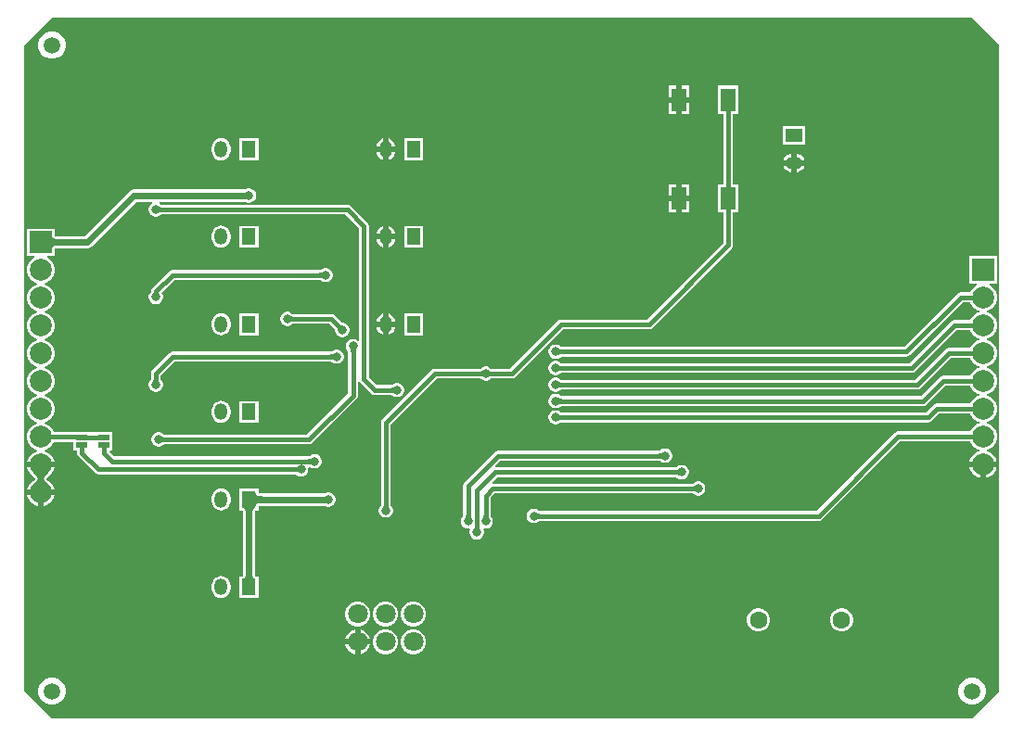
<source format=gtl>
G04*
G04 #@! TF.GenerationSoftware,Altium Limited,Altium Designer,21.9.2 (33)*
G04*
G04 Layer_Physical_Order=1*
G04 Layer_Color=6711008*
%FSLAX25Y25*%
%MOIN*%
G70*
G04*
G04 #@! TF.SameCoordinates,17C33EC5-3FD8-4D5E-BF76-7BF67F947422*
G04*
G04*
G04 #@! TF.FilePolarity,Positive*
G04*
G01*
G75*
%ADD25R,0.03937X0.01968*%
%ADD26R,0.05512X0.08268*%
%ADD27C,0.01500*%
%ADD28C,0.02362*%
G04:AMPARAMS|DCode=29|XSize=59.06mil|YSize=59.06mil|CornerRadius=29.53mil|HoleSize=0mil|Usage=FLASHONLY|Rotation=0.000|XOffset=0mil|YOffset=0mil|HoleType=Round|Shape=RoundedRectangle|*
%AMROUNDEDRECTD29*
21,1,0.05906,0.00000,0,0,0.0*
21,1,0.00000,0.05906,0,0,0.0*
1,1,0.05906,0.00000,0.00000*
1,1,0.05906,0.00000,0.00000*
1,1,0.05906,0.00000,0.00000*
1,1,0.05906,0.00000,0.00000*
%
%ADD29ROUNDEDRECTD29*%
%ADD30C,0.06299*%
%ADD31C,0.07087*%
%ADD32C,0.07874*%
%ADD33R,0.07874X0.07874*%
%ADD34O,0.04724X0.05906*%
%ADD35R,0.04724X0.05906*%
%ADD36O,0.05906X0.04724*%
%ADD37R,0.05906X0.04724*%
%ADD38C,0.03150*%
%ADD39C,0.02362*%
G36*
X354331Y246063D02*
Y13780D01*
X344488Y3937D01*
X13780D01*
X3937Y13780D01*
Y246063D01*
X13780Y255906D01*
X344488D01*
X354331Y246063D01*
D02*
G37*
%LPC*%
G36*
X14427Y250984D02*
X13132D01*
X11880Y250649D01*
X10758Y250001D01*
X9842Y249085D01*
X9194Y247962D01*
X8858Y246711D01*
Y245415D01*
X9194Y244163D01*
X9842Y243041D01*
X10758Y242125D01*
X11880Y241477D01*
X13132Y241142D01*
X14427D01*
X15679Y241477D01*
X16801Y242125D01*
X17718Y243041D01*
X18365Y244163D01*
X18701Y245415D01*
Y246711D01*
X18365Y247962D01*
X17718Y249085D01*
X16801Y250001D01*
X15679Y250649D01*
X14427Y250984D01*
D02*
G37*
G36*
X242929Y231512D02*
X240173D01*
Y227378D01*
X242929D01*
Y231512D01*
D02*
G37*
G36*
X238173D02*
X235417D01*
Y227378D01*
X238173D01*
Y231512D01*
D02*
G37*
G36*
X242929Y225378D02*
X240173D01*
Y221244D01*
X242929D01*
Y225378D01*
D02*
G37*
G36*
X238173D02*
X235417D01*
Y221244D01*
X238173D01*
Y225378D01*
D02*
G37*
G36*
X284465Y217102D02*
X276559D01*
Y210378D01*
X284465D01*
Y217102D01*
D02*
G37*
G36*
X134858Y212477D02*
Y209661D01*
X137196D01*
X137134Y210130D01*
X136795Y210948D01*
X136256Y211650D01*
X135554Y212189D01*
X134858Y212477D01*
D02*
G37*
G36*
X132858Y212477D02*
X132163Y212189D01*
X131460Y211650D01*
X130921Y210948D01*
X130583Y210130D01*
X130521Y209661D01*
X132858D01*
Y212477D01*
D02*
G37*
G36*
Y207661D02*
X130521D01*
X130583Y207193D01*
X130921Y206375D01*
X131460Y205673D01*
X132163Y205134D01*
X132858Y204846D01*
Y207661D01*
D02*
G37*
G36*
X137196D02*
X134858D01*
Y204846D01*
X135554Y205134D01*
X136256Y205673D01*
X136795Y206375D01*
X137134Y207193D01*
X137196Y207661D01*
D02*
G37*
G36*
X281512Y207078D02*
Y204740D01*
X284327D01*
X284039Y205436D01*
X283500Y206138D01*
X282798Y206677D01*
X281980Y207016D01*
X281512Y207078D01*
D02*
G37*
G36*
X279512Y207078D02*
X279044Y207016D01*
X278226Y206677D01*
X277523Y206138D01*
X276984Y205436D01*
X276696Y204740D01*
X279512D01*
Y207078D01*
D02*
G37*
G36*
X147221Y212614D02*
X140496D01*
Y204709D01*
X147221D01*
Y212614D01*
D02*
G37*
G36*
X88008D02*
X81283D01*
Y204709D01*
X88008D01*
Y212614D01*
D02*
G37*
G36*
X74646Y212643D02*
X73768Y212528D01*
X72950Y212189D01*
X72248Y211650D01*
X71709Y210948D01*
X71370Y210130D01*
X71254Y209252D01*
Y208071D01*
X71370Y207193D01*
X71709Y206375D01*
X72248Y205673D01*
X72950Y205134D01*
X73768Y204795D01*
X74646Y204680D01*
X75523Y204795D01*
X76341Y205134D01*
X77044Y205673D01*
X77583Y206375D01*
X77921Y207193D01*
X78037Y208071D01*
Y209252D01*
X77921Y210130D01*
X77583Y210948D01*
X77044Y211650D01*
X76341Y212189D01*
X75523Y212528D01*
X74646Y212643D01*
D02*
G37*
G36*
X279512Y202740D02*
X276696D01*
X276984Y202045D01*
X277523Y201342D01*
X278226Y200803D01*
X279044Y200465D01*
X279512Y200403D01*
Y202740D01*
D02*
G37*
G36*
X284327D02*
X281512D01*
Y200403D01*
X281980Y200465D01*
X282798Y200803D01*
X283500Y201342D01*
X284039Y202045D01*
X284327Y202740D01*
D02*
G37*
G36*
X84985Y194504D02*
X84307D01*
X83652Y194328D01*
X83348Y194153D01*
X43307D01*
X43307Y194153D01*
X42456Y193984D01*
X41735Y193502D01*
X41735Y193502D01*
X25654Y177421D01*
X14780D01*
Y180134D01*
X4905D01*
Y170260D01*
X7527D01*
X7591Y170175D01*
X7458Y169521D01*
X6811Y169147D01*
X5892Y168228D01*
X5242Y167103D01*
X4905Y165847D01*
Y164547D01*
X5242Y163291D01*
X5892Y162165D01*
X6811Y161246D01*
X7937Y160596D01*
X8462Y160456D01*
Y159938D01*
X7937Y159797D01*
X6811Y159147D01*
X5892Y158228D01*
X5242Y157103D01*
X4905Y155847D01*
Y154547D01*
X5242Y153291D01*
X5892Y152165D01*
X6811Y151246D01*
X7937Y150596D01*
X8462Y150456D01*
Y149938D01*
X7937Y149797D01*
X6811Y149147D01*
X5892Y148228D01*
X5242Y147102D01*
X4905Y145847D01*
Y144547D01*
X5242Y143291D01*
X5892Y142166D01*
X6811Y141246D01*
X7937Y140596D01*
X8462Y140456D01*
Y139938D01*
X7937Y139797D01*
X6811Y139147D01*
X5892Y138228D01*
X5242Y137102D01*
X4905Y135847D01*
Y134547D01*
X5242Y133291D01*
X5892Y132166D01*
X6811Y131246D01*
X7937Y130596D01*
X8462Y130456D01*
Y129938D01*
X7937Y129797D01*
X6811Y129147D01*
X5892Y128228D01*
X5242Y127102D01*
X4905Y125847D01*
Y124547D01*
X5242Y123291D01*
X5892Y122166D01*
X6811Y121246D01*
X7937Y120596D01*
X8462Y120456D01*
Y119938D01*
X7937Y119797D01*
X6811Y119147D01*
X5892Y118228D01*
X5242Y117103D01*
X4905Y115847D01*
Y114547D01*
X5242Y113291D01*
X5892Y112165D01*
X6811Y111246D01*
X7937Y110596D01*
X8462Y110456D01*
Y109938D01*
X7937Y109797D01*
X6811Y109147D01*
X5892Y108228D01*
X5242Y107103D01*
X4905Y105847D01*
Y104547D01*
X5242Y103291D01*
X5892Y102165D01*
X6811Y101246D01*
X7937Y100596D01*
X8462Y100456D01*
Y99938D01*
X7937Y99797D01*
X6811Y99147D01*
X5892Y98228D01*
X5242Y97102D01*
X4999Y96197D01*
X9843D01*
X14686D01*
X14443Y97102D01*
X13793Y98228D01*
X12874Y99147D01*
X11748Y99797D01*
X11223Y99938D01*
Y100456D01*
X11748Y100596D01*
X12874Y101246D01*
X13793Y102165D01*
X14443Y103291D01*
X14476Y103413D01*
X21638D01*
Y100378D01*
X22822D01*
Y99410D01*
X22958Y98727D01*
X23345Y98148D01*
X29250Y92242D01*
X29250Y92242D01*
X29829Y91856D01*
X30512Y91720D01*
X101489D01*
X101766Y91444D01*
X102353Y91105D01*
X103007Y90929D01*
X103685D01*
X104340Y91105D01*
X104927Y91444D01*
X105407Y91923D01*
X105746Y92510D01*
X105921Y93165D01*
Y93843D01*
X105885Y93979D01*
X106213Y94436D01*
X106619Y94464D01*
X106687Y94396D01*
X107274Y94057D01*
X107929Y93882D01*
X108607D01*
X109262Y94057D01*
X109849Y94396D01*
X110328Y94876D01*
X110667Y95463D01*
X110843Y96118D01*
Y96796D01*
X110667Y97451D01*
X110328Y98038D01*
X109849Y98517D01*
X109262Y98856D01*
X108607Y99032D01*
X107929D01*
X107274Y98856D01*
X106687Y98517D01*
X106411Y98241D01*
X36172D01*
X34535Y99878D01*
X34742Y100378D01*
X35449D01*
Y103134D01*
Y107102D01*
X29512D01*
Y106902D01*
X27575D01*
Y107102D01*
X21638D01*
Y106981D01*
X14476D01*
X14443Y107103D01*
X13793Y108228D01*
X12874Y109147D01*
X11748Y109797D01*
X11223Y109938D01*
Y110456D01*
X11748Y110596D01*
X12874Y111246D01*
X13793Y112165D01*
X14443Y113291D01*
X14780Y114547D01*
Y115847D01*
X14443Y117103D01*
X13793Y118228D01*
X12874Y119147D01*
X11748Y119797D01*
X11223Y119938D01*
Y120456D01*
X11748Y120596D01*
X12874Y121246D01*
X13793Y122166D01*
X14443Y123291D01*
X14780Y124547D01*
Y125847D01*
X14443Y127102D01*
X13793Y128228D01*
X12874Y129147D01*
X11748Y129797D01*
X11223Y129938D01*
Y130456D01*
X11748Y130596D01*
X12874Y131246D01*
X13793Y132166D01*
X14443Y133291D01*
X14780Y134547D01*
Y135847D01*
X14443Y137102D01*
X13793Y138228D01*
X12874Y139147D01*
X11748Y139797D01*
X11223Y139938D01*
Y140456D01*
X11748Y140596D01*
X12874Y141246D01*
X13793Y142166D01*
X14443Y143291D01*
X14780Y144547D01*
Y145847D01*
X14443Y147102D01*
X13793Y148228D01*
X12874Y149147D01*
X11748Y149797D01*
X11223Y149938D01*
Y150456D01*
X11748Y150596D01*
X12874Y151246D01*
X13793Y152165D01*
X14443Y153291D01*
X14780Y154547D01*
Y155847D01*
X14443Y157103D01*
X13793Y158228D01*
X12874Y159147D01*
X11748Y159797D01*
X11223Y159938D01*
Y160456D01*
X11748Y160596D01*
X12874Y161246D01*
X13793Y162165D01*
X14443Y163291D01*
X14780Y164547D01*
Y165847D01*
X14443Y167103D01*
X13793Y168228D01*
X12874Y169147D01*
X12227Y169521D01*
X12094Y170175D01*
X12158Y170260D01*
X14780D01*
Y172973D01*
X26575D01*
X26575Y172973D01*
X27426Y173142D01*
X28147Y173624D01*
X44228Y189705D01*
X49704D01*
X49837Y189205D01*
X49600Y189068D01*
X49121Y188589D01*
X48782Y188002D01*
X48606Y187347D01*
Y186669D01*
X48782Y186014D01*
X49121Y185427D01*
X49600Y184948D01*
X50187Y184608D01*
X50842Y184433D01*
X51520D01*
X52175Y184608D01*
X52762Y184948D01*
X53038Y185224D01*
X119340D01*
X124200Y180363D01*
Y139997D01*
X123700Y139790D01*
X123628Y139862D01*
X123041Y140201D01*
X122386Y140376D01*
X121708D01*
X121053Y140201D01*
X120466Y139862D01*
X119987Y139382D01*
X119648Y138795D01*
X119472Y138140D01*
Y137462D01*
X119648Y136808D01*
X119987Y136221D01*
X120263Y135944D01*
Y120818D01*
X105560Y106115D01*
X54022D01*
X53746Y106391D01*
X53159Y106730D01*
X52504Y106905D01*
X51826D01*
X51171Y106730D01*
X50584Y106391D01*
X50105Y105912D01*
X49766Y105324D01*
X49591Y104670D01*
Y103992D01*
X49766Y103337D01*
X50105Y102750D01*
X50584Y102270D01*
X51171Y101931D01*
X51826Y101756D01*
X52504D01*
X53159Y101931D01*
X53746Y102270D01*
X54022Y102546D01*
X106299D01*
X106982Y102682D01*
X107561Y103069D01*
X123309Y118817D01*
X123309Y118817D01*
X123696Y119396D01*
X123831Y120079D01*
X123831Y120079D01*
Y125274D01*
X124331Y125323D01*
X124336Y125301D01*
X124723Y124723D01*
X128660Y120786D01*
X128660Y120786D01*
X129238Y120399D01*
X129921Y120263D01*
X135938D01*
X136214Y119987D01*
X136801Y119648D01*
X137456Y119472D01*
X138134D01*
X138789Y119648D01*
X139376Y119987D01*
X139856Y120466D01*
X140195Y121053D01*
X140370Y121708D01*
Y122386D01*
X140195Y123041D01*
X139856Y123628D01*
X139376Y124108D01*
X138789Y124447D01*
X138134Y124622D01*
X137456D01*
X136801Y124447D01*
X136214Y124108D01*
X135938Y123831D01*
X130660D01*
X127769Y126723D01*
Y181102D01*
X127633Y181785D01*
X127246Y182364D01*
X127246Y182364D01*
X121340Y188270D01*
X120762Y188656D01*
X120079Y188792D01*
X53038D01*
X52762Y189068D01*
X52525Y189205D01*
X52659Y189705D01*
X83348D01*
X83652Y189530D01*
X84307Y189354D01*
X84985D01*
X85640Y189530D01*
X86227Y189869D01*
X86706Y190348D01*
X87045Y190935D01*
X87221Y191590D01*
Y192268D01*
X87045Y192923D01*
X86706Y193510D01*
X86227Y193990D01*
X85640Y194328D01*
X84985Y194504D01*
D02*
G37*
G36*
X242929Y196079D02*
X240173D01*
Y191945D01*
X242929D01*
Y196079D01*
D02*
G37*
G36*
X238173D02*
X235417D01*
Y191945D01*
X238173D01*
Y196079D01*
D02*
G37*
G36*
X242929Y189945D02*
X240173D01*
Y185811D01*
X242929D01*
Y189945D01*
D02*
G37*
G36*
X238173D02*
X235417D01*
Y185811D01*
X238173D01*
Y189945D01*
D02*
G37*
G36*
X134858Y180981D02*
Y178165D01*
X137196D01*
X137134Y178634D01*
X136795Y179452D01*
X136256Y180154D01*
X135554Y180693D01*
X134858Y180981D01*
D02*
G37*
G36*
X132858Y180981D02*
X132163Y180693D01*
X131460Y180154D01*
X130921Y179452D01*
X130583Y178634D01*
X130521Y178165D01*
X132858D01*
Y180981D01*
D02*
G37*
G36*
Y176165D02*
X130521D01*
X130583Y175697D01*
X130921Y174879D01*
X131460Y174177D01*
X132163Y173638D01*
X132858Y173350D01*
Y176165D01*
D02*
G37*
G36*
X137196D02*
X134858D01*
Y173350D01*
X135554Y173638D01*
X136256Y174177D01*
X136795Y174879D01*
X137134Y175697D01*
X137196Y176165D01*
D02*
G37*
G36*
X147221Y181118D02*
X140496D01*
Y173213D01*
X147221D01*
Y181118D01*
D02*
G37*
G36*
X88008Y181118D02*
X81283D01*
Y173213D01*
X88008D01*
Y181118D01*
D02*
G37*
G36*
X74646Y181147D02*
X73768Y181032D01*
X72950Y180693D01*
X72248Y180154D01*
X71709Y179452D01*
X71370Y178634D01*
X71254Y177756D01*
Y176575D01*
X71370Y175697D01*
X71709Y174879D01*
X72248Y174177D01*
X72950Y173638D01*
X73768Y173299D01*
X74646Y173184D01*
X75523Y173299D01*
X76341Y173638D01*
X77044Y174177D01*
X77583Y174879D01*
X77921Y175697D01*
X78037Y176575D01*
Y177756D01*
X77921Y178634D01*
X77583Y179452D01*
X77044Y180154D01*
X76341Y180693D01*
X75523Y181032D01*
X74646Y181147D01*
D02*
G37*
G36*
X112544Y165961D02*
X111866D01*
X111211Y165785D01*
X110624Y165446D01*
X110348Y165170D01*
X57087D01*
X57087Y165170D01*
X56404Y165034D01*
X55825Y164647D01*
X55825Y164647D01*
X49919Y158742D01*
X49533Y158163D01*
X49397Y157480D01*
Y157369D01*
X49121Y157093D01*
X48782Y156506D01*
X48606Y155851D01*
Y155173D01*
X48782Y154518D01*
X49121Y153931D01*
X49600Y153452D01*
X50187Y153112D01*
X50842Y152937D01*
X51520D01*
X52175Y153112D01*
X52762Y153452D01*
X53241Y153931D01*
X53580Y154518D01*
X53756Y155173D01*
Y155851D01*
X53580Y156506D01*
X53269Y157045D01*
X57826Y161601D01*
X110348D01*
X110624Y161326D01*
X111211Y160986D01*
X111866Y160811D01*
X112544D01*
X113199Y160986D01*
X113786Y161326D01*
X114265Y161805D01*
X114604Y162392D01*
X114779Y163047D01*
Y163725D01*
X114604Y164380D01*
X114265Y164967D01*
X113786Y165446D01*
X113199Y165785D01*
X112544Y165961D01*
D02*
G37*
G36*
X260646Y231512D02*
X253134D01*
Y221244D01*
X255105D01*
Y196079D01*
X253134D01*
Y185811D01*
X255105D01*
Y174952D01*
X227607Y147454D01*
X196850D01*
X196850Y147454D01*
X196168Y147318D01*
X195589Y146931D01*
X195589Y146931D01*
X178395Y129737D01*
X171542D01*
X171266Y130013D01*
X170679Y130352D01*
X170024Y130528D01*
X169346D01*
X168691Y130352D01*
X168104Y130013D01*
X167828Y129737D01*
X151575D01*
X150892Y129601D01*
X150313Y129214D01*
X132597Y111498D01*
X132210Y110919D01*
X132074Y110236D01*
Y80597D01*
X131798Y80321D01*
X131459Y79734D01*
X131283Y79079D01*
Y78401D01*
X131459Y77746D01*
X131798Y77159D01*
X132277Y76680D01*
X132864Y76341D01*
X133519Y76165D01*
X134197D01*
X134852Y76341D01*
X135439Y76680D01*
X135919Y77159D01*
X136258Y77746D01*
X136433Y78401D01*
Y79079D01*
X136258Y79734D01*
X135919Y80321D01*
X135643Y80597D01*
Y109497D01*
X152314Y126169D01*
X167828D01*
X168104Y125892D01*
X168691Y125553D01*
X169346Y125378D01*
X170024D01*
X170679Y125553D01*
X171266Y125892D01*
X171542Y126169D01*
X179134D01*
X179817Y126304D01*
X180395Y126691D01*
X197590Y143885D01*
X228346D01*
X229029Y144021D01*
X229608Y144408D01*
X258152Y172951D01*
X258538Y173530D01*
X258674Y174213D01*
Y185811D01*
X260646D01*
Y196079D01*
X258674D01*
Y221244D01*
X260646D01*
Y231512D01*
D02*
G37*
G36*
X353362Y170291D02*
X343488D01*
Y160417D01*
X346110D01*
X346174Y160333D01*
X346041Y159678D01*
X345394Y159305D01*
X344475Y158386D01*
X343825Y157260D01*
X343792Y157139D01*
X340394D01*
X339711Y157003D01*
X339132Y156616D01*
X320127Y137611D01*
X196739D01*
X196463Y137887D01*
X195876Y138226D01*
X195221Y138402D01*
X194543D01*
X193888Y138226D01*
X193301Y137887D01*
X192822Y137408D01*
X192483Y136821D01*
X192307Y136166D01*
Y135488D01*
X192483Y134833D01*
X192822Y134246D01*
X193301Y133766D01*
X193888Y133427D01*
X194543Y133252D01*
X195221D01*
X195876Y133427D01*
X196463Y133766D01*
X196739Y134043D01*
X320866D01*
X321549Y134178D01*
X322128Y134565D01*
X341133Y153570D01*
X343792D01*
X343825Y153449D01*
X344475Y152323D01*
X345394Y151404D01*
X346520Y150754D01*
X347044Y150613D01*
Y150095D01*
X346520Y149955D01*
X345394Y149305D01*
X344475Y148386D01*
X343825Y147260D01*
X343792Y147139D01*
X338268D01*
X338268Y147139D01*
X337585Y147003D01*
X337006Y146616D01*
X337006Y146616D01*
X322096Y131705D01*
X196739D01*
X196463Y131982D01*
X195876Y132321D01*
X195221Y132496D01*
X194543D01*
X193888Y132321D01*
X193301Y131982D01*
X192822Y131502D01*
X192483Y130915D01*
X192307Y130260D01*
Y129582D01*
X192483Y128927D01*
X192822Y128340D01*
X193301Y127861D01*
X193888Y127522D01*
X194543Y127347D01*
X195221D01*
X195876Y127522D01*
X196463Y127861D01*
X196739Y128137D01*
X322835D01*
X323517Y128273D01*
X324096Y128660D01*
X339007Y143570D01*
X343792D01*
X343825Y143449D01*
X344475Y142323D01*
X345394Y141404D01*
X346520Y140754D01*
X347044Y140613D01*
Y140095D01*
X346520Y139955D01*
X345394Y139305D01*
X344475Y138386D01*
X343825Y137260D01*
X343792Y137139D01*
X336142D01*
X335459Y137003D01*
X334880Y136616D01*
X334880Y136616D01*
X324064Y125800D01*
X196739D01*
X196463Y126076D01*
X195876Y126415D01*
X195221Y126591D01*
X194543D01*
X193888Y126415D01*
X193301Y126076D01*
X192822Y125597D01*
X192483Y125010D01*
X192307Y124355D01*
Y123677D01*
X192483Y123022D01*
X192822Y122435D01*
X193301Y121955D01*
X193888Y121616D01*
X194543Y121441D01*
X195221D01*
X195876Y121616D01*
X196463Y121955D01*
X196739Y122231D01*
X324803D01*
X325486Y122367D01*
X326065Y122754D01*
X336881Y133570D01*
X343792D01*
X343825Y133449D01*
X344475Y132323D01*
X345394Y131404D01*
X346520Y130754D01*
X347044Y130613D01*
Y130096D01*
X346520Y129955D01*
X345394Y129305D01*
X344475Y128386D01*
X343825Y127260D01*
X343792Y127139D01*
X334016D01*
X333333Y127003D01*
X332754Y126616D01*
X326033Y119895D01*
X196739D01*
X196463Y120171D01*
X195876Y120510D01*
X195221Y120685D01*
X194543D01*
X193888Y120510D01*
X193301Y120171D01*
X192822Y119691D01*
X192483Y119104D01*
X192307Y118449D01*
Y117771D01*
X192483Y117116D01*
X192822Y116529D01*
X193301Y116050D01*
X193888Y115711D01*
X194543Y115535D01*
X195221D01*
X195876Y115711D01*
X196463Y116050D01*
X196739Y116326D01*
X326772D01*
X327454Y116462D01*
X328033Y116849D01*
X334755Y123570D01*
X343792D01*
X343825Y123449D01*
X344475Y122323D01*
X345394Y121404D01*
X346520Y120754D01*
X347044Y120613D01*
Y120096D01*
X346520Y119955D01*
X345394Y119305D01*
X344475Y118386D01*
X343825Y117260D01*
X343792Y117139D01*
X331890D01*
X331207Y117003D01*
X330628Y116616D01*
X328001Y113989D01*
X196739D01*
X196463Y114265D01*
X195876Y114604D01*
X195221Y114779D01*
X194543D01*
X193888Y114604D01*
X193301Y114265D01*
X192822Y113786D01*
X192483Y113199D01*
X192307Y112544D01*
Y111866D01*
X192483Y111211D01*
X192822Y110624D01*
X193301Y110144D01*
X193888Y109805D01*
X194543Y109630D01*
X195221D01*
X195876Y109805D01*
X196463Y110144D01*
X196739Y110420D01*
X328740D01*
X329423Y110556D01*
X330002Y110943D01*
X332629Y113570D01*
X343792D01*
X343825Y113449D01*
X344475Y112323D01*
X345394Y111404D01*
X346520Y110754D01*
X347044Y110613D01*
Y110096D01*
X346520Y109955D01*
X345394Y109305D01*
X344475Y108386D01*
X343825Y107260D01*
X343792Y107139D01*
X317953D01*
X317270Y107003D01*
X316691Y106616D01*
X316691Y106616D01*
X288631Y78556D01*
X188865D01*
X188589Y78832D01*
X188002Y79171D01*
X187347Y79347D01*
X186669D01*
X186014Y79171D01*
X185427Y78832D01*
X184948Y78353D01*
X184608Y77766D01*
X184433Y77111D01*
Y76433D01*
X184608Y75778D01*
X184948Y75191D01*
X185427Y74711D01*
X186014Y74372D01*
X186669Y74197D01*
X187347D01*
X188002Y74372D01*
X188589Y74711D01*
X188865Y74987D01*
X289370D01*
X290053Y75123D01*
X290632Y75510D01*
X318692Y103570D01*
X343792D01*
X343825Y103449D01*
X344475Y102323D01*
X345394Y101404D01*
X346520Y100754D01*
X347044Y100613D01*
Y100095D01*
X346520Y99955D01*
X345394Y99305D01*
X344475Y98386D01*
X343825Y97260D01*
X343582Y96354D01*
X348425D01*
X353268D01*
X353026Y97260D01*
X352376Y98386D01*
X351457Y99305D01*
X350331Y99955D01*
X349806Y100095D01*
Y100613D01*
X350331Y100754D01*
X351457Y101404D01*
X352376Y102323D01*
X353026Y103449D01*
X353362Y104704D01*
Y106004D01*
X353026Y107260D01*
X352376Y108386D01*
X351457Y109305D01*
X350331Y109955D01*
X349806Y110096D01*
Y110613D01*
X350331Y110754D01*
X351457Y111404D01*
X352376Y112323D01*
X353026Y113449D01*
X353362Y114704D01*
Y116004D01*
X353026Y117260D01*
X352376Y118386D01*
X351457Y119305D01*
X350331Y119955D01*
X349806Y120096D01*
Y120613D01*
X350331Y120754D01*
X351457Y121404D01*
X352376Y122323D01*
X353026Y123449D01*
X353362Y124704D01*
Y126004D01*
X353026Y127260D01*
X352376Y128386D01*
X351457Y129305D01*
X350331Y129955D01*
X349806Y130096D01*
Y130613D01*
X350331Y130754D01*
X351457Y131404D01*
X352376Y132323D01*
X353026Y133449D01*
X353362Y134704D01*
Y136004D01*
X353026Y137260D01*
X352376Y138386D01*
X351457Y139305D01*
X350331Y139955D01*
X349806Y140095D01*
Y140613D01*
X350331Y140754D01*
X351457Y141404D01*
X352376Y142323D01*
X353026Y143449D01*
X353362Y144704D01*
Y146004D01*
X353026Y147260D01*
X352376Y148386D01*
X351457Y149305D01*
X350331Y149955D01*
X349806Y150095D01*
Y150613D01*
X350331Y150754D01*
X351457Y151404D01*
X352376Y152323D01*
X353026Y153449D01*
X353362Y154704D01*
Y156004D01*
X353026Y157260D01*
X352376Y158386D01*
X351457Y159305D01*
X350810Y159678D01*
X350677Y160333D01*
X350741Y160417D01*
X353362D01*
Y170291D01*
D02*
G37*
G36*
X134858Y149485D02*
Y146669D01*
X137196D01*
X137134Y147138D01*
X136795Y147956D01*
X136256Y148658D01*
X135554Y149197D01*
X134858Y149485D01*
D02*
G37*
G36*
X132858Y149485D02*
X132163Y149197D01*
X131460Y148658D01*
X130921Y147956D01*
X130583Y147138D01*
X130521Y146669D01*
X132858D01*
Y149485D01*
D02*
G37*
G36*
Y144669D02*
X130521D01*
X130583Y144201D01*
X130921Y143383D01*
X131460Y142681D01*
X132163Y142142D01*
X132858Y141854D01*
Y144669D01*
D02*
G37*
G36*
X137196D02*
X134858D01*
Y141854D01*
X135554Y142142D01*
X136256Y142681D01*
X136795Y143383D01*
X137134Y144201D01*
X137196Y144669D01*
D02*
G37*
G36*
X147221Y149622D02*
X140496D01*
Y141717D01*
X147221D01*
Y149622D01*
D02*
G37*
G36*
X88008Y149622D02*
X81283D01*
Y141717D01*
X88008D01*
Y149622D01*
D02*
G37*
G36*
X74646Y149651D02*
X73768Y149536D01*
X72950Y149197D01*
X72248Y148658D01*
X71709Y147955D01*
X71370Y147138D01*
X71254Y146260D01*
Y145079D01*
X71370Y144201D01*
X71709Y143383D01*
X72248Y142681D01*
X72950Y142142D01*
X73768Y141803D01*
X74646Y141688D01*
X75523Y141803D01*
X76341Y142142D01*
X77044Y142681D01*
X77583Y143383D01*
X77921Y144201D01*
X78037Y145079D01*
Y146260D01*
X77921Y147138D01*
X77583Y147955D01*
X77044Y148658D01*
X76341Y149197D01*
X75523Y149536D01*
X74646Y149651D01*
D02*
G37*
G36*
X98764Y150213D02*
X98086D01*
X97431Y150037D01*
X96844Y149698D01*
X96365Y149219D01*
X96026Y148632D01*
X95850Y147977D01*
Y147299D01*
X96026Y146644D01*
X96365Y146057D01*
X96844Y145577D01*
X97431Y145238D01*
X98086Y145063D01*
X98764D01*
X99419Y145238D01*
X100006Y145577D01*
X100282Y145853D01*
X113434D01*
X115535Y143752D01*
Y143362D01*
X115711Y142707D01*
X116050Y142120D01*
X116529Y141640D01*
X117116Y141302D01*
X117771Y141126D01*
X118449D01*
X119104Y141302D01*
X119691Y141640D01*
X120171Y142120D01*
X120510Y142707D01*
X120685Y143362D01*
Y144040D01*
X120510Y144695D01*
X120171Y145282D01*
X119691Y145761D01*
X119104Y146100D01*
X118449Y146276D01*
X118059D01*
X115435Y148899D01*
X114856Y149286D01*
X114173Y149422D01*
X100282D01*
X100006Y149698D01*
X99419Y150037D01*
X98764Y150213D01*
D02*
G37*
G36*
X116476Y136626D02*
X115798D01*
X115143Y136451D01*
X114556Y136112D01*
X114280Y135836D01*
X57280D01*
X57280Y135836D01*
X56597Y135700D01*
X56018Y135313D01*
X49919Y129214D01*
X49533Y128636D01*
X49397Y127953D01*
Y125873D01*
X49121Y125597D01*
X48782Y125010D01*
X48606Y124355D01*
Y123677D01*
X48782Y123022D01*
X49121Y122435D01*
X49600Y121955D01*
X50187Y121616D01*
X50842Y121441D01*
X51520D01*
X52175Y121616D01*
X52762Y121955D01*
X53241Y122435D01*
X53580Y123022D01*
X53756Y123677D01*
Y124355D01*
X53580Y125010D01*
X53241Y125597D01*
X52965Y125873D01*
Y127214D01*
X58019Y132267D01*
X114280D01*
X114556Y131991D01*
X115143Y131652D01*
X115798Y131477D01*
X116476D01*
X117131Y131652D01*
X117718Y131991D01*
X118197Y132471D01*
X118536Y133058D01*
X118712Y133712D01*
Y134390D01*
X118536Y135045D01*
X118197Y135632D01*
X117718Y136112D01*
X117131Y136451D01*
X116476Y136626D01*
D02*
G37*
G36*
X88008Y118126D02*
X81283D01*
Y110221D01*
X88008D01*
Y118126D01*
D02*
G37*
G36*
X74646Y118155D02*
X73768Y118039D01*
X72950Y117701D01*
X72248Y117162D01*
X71709Y116459D01*
X71370Y115641D01*
X71254Y114764D01*
Y113583D01*
X71370Y112705D01*
X71709Y111887D01*
X72248Y111185D01*
X72950Y110646D01*
X73768Y110307D01*
X74646Y110192D01*
X75523Y110307D01*
X76341Y110646D01*
X77044Y111185D01*
X77583Y111887D01*
X77921Y112705D01*
X78037Y113583D01*
Y114764D01*
X77921Y115641D01*
X77583Y116459D01*
X77044Y117162D01*
X76341Y117701D01*
X75523Y118039D01*
X74646Y118155D01*
D02*
G37*
G36*
X234591Y101000D02*
X233913D01*
X233258Y100824D01*
X232671Y100486D01*
X232395Y100209D01*
X174213D01*
X173530Y100074D01*
X172951Y99687D01*
X172951Y99687D01*
X162124Y88860D01*
X161737Y88281D01*
X161601Y87598D01*
Y76660D01*
X161326Y76384D01*
X160986Y75797D01*
X160811Y75142D01*
Y74464D01*
X160986Y73809D01*
X161326Y73222D01*
X161805Y72743D01*
X162392Y72404D01*
X163047Y72228D01*
X163725D01*
X163780Y72243D01*
X164042Y71962D01*
X164125Y71818D01*
X163961Y71205D01*
Y70527D01*
X164136Y69872D01*
X164475Y69285D01*
X164954Y68806D01*
X165542Y68467D01*
X166197Y68291D01*
X166874D01*
X167529Y68467D01*
X168116Y68806D01*
X168596Y69285D01*
X168935Y69872D01*
X169110Y70527D01*
Y71205D01*
X168946Y71818D01*
X169029Y71962D01*
X169291Y72243D01*
X169346Y72228D01*
X170024D01*
X170679Y72404D01*
X171266Y72743D01*
X171745Y73222D01*
X172084Y73809D01*
X172260Y74464D01*
Y75142D01*
X172084Y75797D01*
X171745Y76384D01*
X171469Y76660D01*
Y83316D01*
X172983Y84830D01*
X244206D01*
X244482Y84554D01*
X245069Y84215D01*
X245724Y84039D01*
X246402D01*
X247057Y84215D01*
X247644Y84554D01*
X248123Y85033D01*
X248462Y85620D01*
X248638Y86275D01*
Y86953D01*
X248462Y87608D01*
X248123Y88195D01*
X247644Y88674D01*
X247057Y89013D01*
X246402Y89189D01*
X245724D01*
X245069Y89013D01*
X244482Y88674D01*
X244206Y88398D01*
X172338D01*
X172184Y88622D01*
X172115Y88882D01*
X173967Y90735D01*
X238300D01*
X238577Y90459D01*
X239164Y90120D01*
X239819Y89945D01*
X240496D01*
X241151Y90120D01*
X241739Y90459D01*
X242218Y90939D01*
X242557Y91526D01*
X242732Y92181D01*
Y92859D01*
X242557Y93514D01*
X242218Y94101D01*
X241739Y94580D01*
X241151Y94919D01*
X240496Y95095D01*
X239819D01*
X239164Y94919D01*
X238577Y94580D01*
X238300Y94304D01*
X173322D01*
X173168Y94528D01*
X173099Y94788D01*
X174952Y96641D01*
X232395D01*
X232671Y96365D01*
X233258Y96026D01*
X233913Y95850D01*
X234591D01*
X235246Y96026D01*
X235833Y96365D01*
X236312Y96844D01*
X236651Y97431D01*
X236827Y98086D01*
Y98764D01*
X236651Y99419D01*
X236312Y100006D01*
X235833Y100486D01*
X235246Y100824D01*
X234591Y101000D01*
D02*
G37*
G36*
X353268Y94354D02*
X349425D01*
Y90511D01*
X350331Y90754D01*
X351457Y91404D01*
X352376Y92323D01*
X353026Y93449D01*
X353268Y94354D01*
D02*
G37*
G36*
X347425D02*
X343582D01*
X343825Y93449D01*
X344475Y92323D01*
X345394Y91404D01*
X346520Y90754D01*
X347425Y90511D01*
Y94354D01*
D02*
G37*
G36*
X14686Y94197D02*
X9843D01*
X4999D01*
X5242Y93291D01*
X5892Y92165D01*
X6811Y91246D01*
X7283Y90974D01*
X7464Y90753D01*
X7696Y90435D01*
X7848Y90197D01*
X7696Y89959D01*
X7470Y89649D01*
X7263Y89408D01*
X6811Y89147D01*
X5892Y88228D01*
X5242Y87103D01*
X4999Y86197D01*
X9843D01*
X14686D01*
X14443Y87103D01*
X13793Y88228D01*
X12874Y89147D01*
X12402Y89420D01*
X12221Y89641D01*
X11989Y89959D01*
X11837Y90197D01*
X11989Y90435D01*
X12215Y90745D01*
X12422Y90986D01*
X12874Y91246D01*
X13793Y92165D01*
X14443Y93291D01*
X14686Y94197D01*
D02*
G37*
G36*
X8843Y84197D02*
X4999D01*
X5242Y83291D01*
X5892Y82165D01*
X6811Y81246D01*
X7937Y80596D01*
X8843Y80354D01*
Y84197D01*
D02*
G37*
G36*
X14686D02*
X10842D01*
Y80354D01*
X11748Y80596D01*
X12874Y81246D01*
X13793Y82165D01*
X14443Y83291D01*
X14686Y84197D01*
D02*
G37*
G36*
X88008Y86630D02*
X81283D01*
Y78724D01*
X82422D01*
Y55134D01*
X81283D01*
Y47228D01*
X88008D01*
Y55134D01*
X86870D01*
Y78724D01*
X88008D01*
Y80453D01*
X111891D01*
X112195Y80278D01*
X112850Y80102D01*
X113528D01*
X114183Y80278D01*
X114770Y80617D01*
X115249Y81096D01*
X115588Y81683D01*
X115764Y82338D01*
Y83016D01*
X115588Y83671D01*
X115249Y84258D01*
X114770Y84737D01*
X114183Y85076D01*
X113528Y85252D01*
X112850D01*
X112195Y85076D01*
X111891Y84901D01*
X88008D01*
Y86630D01*
D02*
G37*
G36*
X74646Y86659D02*
X73768Y86543D01*
X72950Y86205D01*
X72248Y85666D01*
X71709Y84963D01*
X71370Y84145D01*
X71254Y83268D01*
Y82087D01*
X71370Y81209D01*
X71709Y80391D01*
X72248Y79689D01*
X72950Y79150D01*
X73768Y78811D01*
X74646Y78695D01*
X75523Y78811D01*
X76341Y79150D01*
X77044Y79689D01*
X77583Y80391D01*
X77921Y81209D01*
X78037Y82087D01*
Y83268D01*
X77921Y84145D01*
X77583Y84963D01*
X77044Y85666D01*
X76341Y86205D01*
X75523Y86543D01*
X74646Y86659D01*
D02*
G37*
G36*
Y55163D02*
X73768Y55047D01*
X72950Y54708D01*
X72248Y54170D01*
X71709Y53467D01*
X71370Y52649D01*
X71254Y51772D01*
Y50591D01*
X71370Y49713D01*
X71709Y48895D01*
X72248Y48193D01*
X72950Y47654D01*
X73768Y47315D01*
X74646Y47199D01*
X75523Y47315D01*
X76341Y47654D01*
X77044Y48193D01*
X77583Y48895D01*
X77921Y49713D01*
X78037Y50591D01*
Y51772D01*
X77921Y52649D01*
X77583Y53467D01*
X77044Y54170D01*
X76341Y54708D01*
X75523Y55047D01*
X74646Y55163D01*
D02*
G37*
G36*
X144299Y46039D02*
X143103D01*
X141947Y45730D01*
X140911Y45132D01*
X140065Y44286D01*
X139467Y43250D01*
X139157Y42094D01*
Y40898D01*
X139467Y39742D01*
X140065Y38706D01*
X140911Y37861D01*
X141947Y37262D01*
X143103Y36953D01*
X144299D01*
X145454Y37262D01*
X146490Y37861D01*
X147336Y38706D01*
X147934Y39742D01*
X148244Y40898D01*
Y42094D01*
X147934Y43250D01*
X147336Y44286D01*
X146490Y45132D01*
X145454Y45730D01*
X144299Y46039D01*
D02*
G37*
G36*
X134299D02*
X133103D01*
X131947Y45730D01*
X130911Y45132D01*
X130065Y44286D01*
X129467Y43250D01*
X129157Y42094D01*
Y40898D01*
X129467Y39742D01*
X130065Y38706D01*
X130911Y37861D01*
X131947Y37262D01*
X133103Y36953D01*
X134299D01*
X135454Y37262D01*
X136490Y37861D01*
X137336Y38706D01*
X137935Y39742D01*
X138244Y40898D01*
Y42094D01*
X137935Y43250D01*
X137336Y44286D01*
X136490Y45132D01*
X135454Y45730D01*
X134299Y46039D01*
D02*
G37*
G36*
X124299D02*
X123103D01*
X121947Y45730D01*
X120911Y45132D01*
X120065Y44286D01*
X119467Y43250D01*
X119158Y42094D01*
Y40898D01*
X119467Y39742D01*
X120065Y38706D01*
X120911Y37861D01*
X121947Y37262D01*
X123103Y36953D01*
X124299D01*
X125454Y37262D01*
X126490Y37861D01*
X127336Y38706D01*
X127935Y39742D01*
X128244Y40898D01*
Y42094D01*
X127935Y43250D01*
X127336Y44286D01*
X126490Y45132D01*
X125454Y45730D01*
X124299Y46039D01*
D02*
G37*
G36*
X298184Y43520D02*
X297092D01*
X296036Y43237D01*
X295090Y42691D01*
X294317Y41918D01*
X293771Y40972D01*
X293488Y39916D01*
Y38824D01*
X293771Y37768D01*
X294317Y36822D01*
X295090Y36050D01*
X296036Y35503D01*
X297092Y35221D01*
X298184D01*
X299239Y35503D01*
X300186Y36050D01*
X300958Y36822D01*
X301505Y37768D01*
X301787Y38824D01*
Y39916D01*
X301505Y40972D01*
X300958Y41918D01*
X300186Y42691D01*
X299239Y43237D01*
X298184Y43520D01*
D02*
G37*
G36*
X268263D02*
X267170D01*
X266115Y43237D01*
X265169Y42691D01*
X264396Y41918D01*
X263850Y40972D01*
X263567Y39916D01*
Y38824D01*
X263850Y37768D01*
X264396Y36822D01*
X265169Y36050D01*
X266115Y35503D01*
X267170Y35221D01*
X268263D01*
X269318Y35503D01*
X270265Y36050D01*
X271037Y36822D01*
X271583Y37768D01*
X271866Y38824D01*
Y39916D01*
X271583Y40972D01*
X271037Y41918D01*
X270265Y42691D01*
X269318Y43237D01*
X268263Y43520D01*
D02*
G37*
G36*
X124701Y35932D02*
Y32496D01*
X128136D01*
X127935Y33250D01*
X127336Y34286D01*
X126490Y35132D01*
X125454Y35730D01*
X124701Y35932D01*
D02*
G37*
G36*
X122701Y35932D02*
X121947Y35730D01*
X120911Y35132D01*
X120065Y34286D01*
X119467Y33250D01*
X119265Y32496D01*
X122701D01*
Y35932D01*
D02*
G37*
G36*
Y30496D02*
X119265D01*
X119467Y29742D01*
X120065Y28706D01*
X120911Y27861D01*
X121947Y27262D01*
X122701Y27060D01*
Y30496D01*
D02*
G37*
G36*
X128136D02*
X124701D01*
Y27060D01*
X125454Y27262D01*
X126490Y27861D01*
X127336Y28706D01*
X127935Y29742D01*
X128136Y30496D01*
D02*
G37*
G36*
X144299Y36039D02*
X143103D01*
X141947Y35730D01*
X140911Y35132D01*
X140065Y34286D01*
X139467Y33250D01*
X139157Y32094D01*
Y30898D01*
X139467Y29742D01*
X140065Y28706D01*
X140911Y27861D01*
X141947Y27262D01*
X143103Y26953D01*
X144299D01*
X145454Y27262D01*
X146490Y27861D01*
X147336Y28706D01*
X147934Y29742D01*
X148244Y30898D01*
Y32094D01*
X147934Y33250D01*
X147336Y34286D01*
X146490Y35132D01*
X145454Y35730D01*
X144299Y36039D01*
D02*
G37*
G36*
X134299D02*
X133103D01*
X131947Y35730D01*
X130911Y35132D01*
X130065Y34286D01*
X129467Y33250D01*
X129157Y32094D01*
Y30898D01*
X129467Y29742D01*
X130065Y28706D01*
X130911Y27861D01*
X131947Y27262D01*
X133103Y26953D01*
X134299D01*
X135454Y27262D01*
X136490Y27861D01*
X137336Y28706D01*
X137935Y29742D01*
X138244Y30898D01*
Y32094D01*
X137935Y33250D01*
X137336Y34286D01*
X136490Y35132D01*
X135454Y35730D01*
X134299Y36039D01*
D02*
G37*
G36*
X345136Y18701D02*
X343840D01*
X342589Y18365D01*
X341466Y17718D01*
X340550Y16801D01*
X339902Y15679D01*
X339567Y14427D01*
Y13132D01*
X339902Y11880D01*
X340550Y10758D01*
X341466Y9842D01*
X342589Y9194D01*
X343840Y8858D01*
X345136D01*
X346388Y9194D01*
X347510Y9842D01*
X348426Y10758D01*
X349074Y11880D01*
X349409Y13132D01*
Y14427D01*
X349074Y15679D01*
X348426Y16801D01*
X347510Y17718D01*
X346388Y18365D01*
X345136Y18701D01*
D02*
G37*
G36*
X14427D02*
X13132D01*
X11880Y18365D01*
X10758Y17718D01*
X9842Y16801D01*
X9194Y15679D01*
X8858Y14427D01*
Y13132D01*
X9194Y11880D01*
X9842Y10758D01*
X10758Y9842D01*
X11880Y9194D01*
X13132Y8858D01*
X14427D01*
X15679Y9194D01*
X16801Y9842D01*
X17718Y10758D01*
X18365Y11880D01*
X18701Y13132D01*
Y14427D01*
X18365Y15679D01*
X17718Y16801D01*
X16801Y17718D01*
X15679Y18365D01*
X14427Y18701D01*
D02*
G37*
%LPD*%
G36*
X52380Y188043D02*
X52464Y187983D01*
X52559Y187931D01*
X52664Y187885D01*
X52780Y187846D01*
X52905Y187814D01*
X53041Y187790D01*
X53188Y187772D01*
X53344Y187761D01*
X53511Y187758D01*
Y186258D01*
X53344Y186254D01*
X53041Y186226D01*
X52905Y186202D01*
X52780Y186170D01*
X52664Y186131D01*
X52559Y186085D01*
X52464Y186032D01*
X52380Y185972D01*
X52306Y185906D01*
Y188110D01*
X52380Y188043D01*
D02*
G37*
G36*
X13779Y177335D02*
X13850Y177134D01*
X13969Y176957D01*
X14135Y176803D01*
X14349Y176673D01*
X14610Y176567D01*
X14919Y176484D01*
X15275Y176425D01*
X15679Y176390D01*
X16130Y176378D01*
Y174016D01*
X15679Y174004D01*
X15275Y173969D01*
X14919Y173909D01*
X14610Y173827D01*
X14349Y173721D01*
X14135Y173591D01*
X13969Y173437D01*
X13850Y173260D01*
X13779Y173059D01*
X13756Y172835D01*
Y177559D01*
X13779Y177335D01*
D02*
G37*
G36*
X123083Y136603D02*
X123023Y136518D01*
X122970Y136423D01*
X122924Y136318D01*
X122885Y136203D01*
X122854Y136077D01*
X122829Y135941D01*
X122811Y135795D01*
X122801Y135639D01*
X122797Y135472D01*
X121297D01*
X121294Y135639D01*
X121265Y135941D01*
X121241Y136077D01*
X121209Y136203D01*
X121170Y136318D01*
X121125Y136423D01*
X121072Y136518D01*
X121012Y136603D01*
X120945Y136677D01*
X123150D01*
X123083Y136603D01*
D02*
G37*
G36*
X136671Y120945D02*
X136596Y121012D01*
X136512Y121072D01*
X136417Y121125D01*
X136312Y121170D01*
X136197Y121209D01*
X136071Y121241D01*
X135935Y121265D01*
X135789Y121283D01*
X135632Y121294D01*
X135466Y121297D01*
Y122797D01*
X135632Y122801D01*
X135935Y122829D01*
X136071Y122854D01*
X136197Y122885D01*
X136312Y122924D01*
X136417Y122970D01*
X136512Y123023D01*
X136596Y123083D01*
X136671Y123150D01*
Y120945D01*
D02*
G37*
G36*
X53364Y105366D02*
X53449Y105306D01*
X53544Y105253D01*
X53649Y105208D01*
X53764Y105169D01*
X53890Y105137D01*
X54026Y105112D01*
X54172Y105095D01*
X54328Y105084D01*
X54495Y105081D01*
Y103581D01*
X54328Y103577D01*
X54026Y103549D01*
X53890Y103524D01*
X53764Y103493D01*
X53649Y103454D01*
X53544Y103408D01*
X53449Y103355D01*
X53364Y103295D01*
X53290Y103228D01*
Y105433D01*
X53364Y105366D01*
D02*
G37*
G36*
X107143Y95354D02*
X107069Y95421D01*
X106984Y95481D01*
X106890Y95534D01*
X106784Y95580D01*
X106669Y95619D01*
X106544Y95650D01*
X106408Y95675D01*
X106261Y95693D01*
X106105Y95703D01*
X105938Y95707D01*
Y97207D01*
X106105Y97210D01*
X106408Y97238D01*
X106544Y97263D01*
X106669Y97295D01*
X106784Y97334D01*
X106890Y97379D01*
X106984Y97432D01*
X107069Y97492D01*
X107143Y97559D01*
Y95354D01*
D02*
G37*
G36*
X102222Y92402D02*
X102148Y92469D01*
X102063Y92528D01*
X101968Y92581D01*
X101863Y92627D01*
X101748Y92666D01*
X101622Y92698D01*
X101486Y92722D01*
X101340Y92740D01*
X101184Y92750D01*
X101017Y92754D01*
Y94254D01*
X101184Y94257D01*
X101486Y94286D01*
X101622Y94310D01*
X101748Y94342D01*
X101863Y94381D01*
X101968Y94427D01*
X102063Y94479D01*
X102148Y94539D01*
X102222Y94606D01*
Y92402D01*
D02*
G37*
G36*
X111080Y162284D02*
X111006Y162350D01*
X110921Y162410D01*
X110827Y162463D01*
X110722Y162509D01*
X110606Y162548D01*
X110480Y162579D01*
X110345Y162604D01*
X110198Y162622D01*
X110042Y162632D01*
X109875Y162636D01*
Y164136D01*
X110042Y164139D01*
X110345Y164167D01*
X110480Y164192D01*
X110606Y164224D01*
X110722Y164263D01*
X110827Y164309D01*
X110921Y164361D01*
X111006Y164421D01*
X111080Y164488D01*
Y162284D01*
D02*
G37*
G36*
X170884Y128988D02*
X170968Y128928D01*
X171063Y128875D01*
X171168Y128830D01*
X171284Y128791D01*
X171409Y128759D01*
X171545Y128735D01*
X171691Y128717D01*
X171848Y128706D01*
X172015Y128703D01*
Y127203D01*
X171848Y127199D01*
X171545Y127171D01*
X171409Y127146D01*
X171284Y127115D01*
X171168Y127076D01*
X171063Y127030D01*
X170968Y126977D01*
X170884Y126917D01*
X170810Y126850D01*
Y129055D01*
X170884Y128988D01*
D02*
G37*
G36*
X168560Y126850D02*
X168486Y126917D01*
X168402Y126977D01*
X168307Y127030D01*
X168202Y127076D01*
X168087Y127115D01*
X167961Y127146D01*
X167825Y127171D01*
X167679Y127189D01*
X167522Y127199D01*
X167355Y127203D01*
Y128703D01*
X167522Y128706D01*
X167825Y128735D01*
X167961Y128759D01*
X168087Y128791D01*
X168202Y128830D01*
X168307Y128875D01*
X168402Y128928D01*
X168486Y128988D01*
X168560Y129055D01*
Y126850D01*
D02*
G37*
G36*
X134612Y80903D02*
X134640Y80600D01*
X134665Y80464D01*
X134696Y80339D01*
X134735Y80223D01*
X134781Y80118D01*
X134834Y80023D01*
X134894Y79939D01*
X134961Y79865D01*
X132756D01*
X132823Y79939D01*
X132883Y80023D01*
X132936Y80118D01*
X132981Y80223D01*
X133020Y80339D01*
X133052Y80464D01*
X133077Y80600D01*
X133094Y80747D01*
X133105Y80903D01*
X133108Y81070D01*
X134608D01*
X134612Y80903D01*
D02*
G37*
G36*
X196081Y136862D02*
X196165Y136802D01*
X196260Y136749D01*
X196365Y136704D01*
X196481Y136665D01*
X196606Y136633D01*
X196742Y136609D01*
X196888Y136591D01*
X197045Y136580D01*
X197212Y136577D01*
Y135077D01*
X197045Y135073D01*
X196742Y135045D01*
X196606Y135020D01*
X196481Y134989D01*
X196365Y134950D01*
X196260Y134904D01*
X196165Y134851D01*
X196081Y134791D01*
X196007Y134724D01*
Y136929D01*
X196081Y136862D01*
D02*
G37*
G36*
Y130957D02*
X196165Y130897D01*
X196260Y130844D01*
X196365Y130798D01*
X196481Y130759D01*
X196606Y130728D01*
X196742Y130703D01*
X196888Y130685D01*
X197045Y130675D01*
X197212Y130671D01*
Y129171D01*
X197045Y129168D01*
X196742Y129140D01*
X196606Y129115D01*
X196481Y129083D01*
X196365Y129044D01*
X196260Y128999D01*
X196165Y128946D01*
X196081Y128886D01*
X196007Y128819D01*
Y131024D01*
X196081Y130957D01*
D02*
G37*
G36*
Y125051D02*
X196165Y124991D01*
X196260Y124938D01*
X196365Y124893D01*
X196481Y124854D01*
X196606Y124822D01*
X196742Y124797D01*
X196888Y124780D01*
X197045Y124769D01*
X197212Y124766D01*
Y123266D01*
X197045Y123262D01*
X196742Y123234D01*
X196606Y123209D01*
X196481Y123178D01*
X196365Y123139D01*
X196260Y123093D01*
X196165Y123040D01*
X196081Y122980D01*
X196007Y122913D01*
Y125118D01*
X196081Y125051D01*
D02*
G37*
G36*
Y119146D02*
X196165Y119086D01*
X196260Y119033D01*
X196365Y118987D01*
X196481Y118948D01*
X196606Y118917D01*
X196742Y118892D01*
X196888Y118874D01*
X197045Y118864D01*
X197212Y118860D01*
Y117360D01*
X197045Y117357D01*
X196742Y117329D01*
X196606Y117304D01*
X196481Y117272D01*
X196365Y117233D01*
X196260Y117188D01*
X196165Y117135D01*
X196081Y117075D01*
X196007Y117008D01*
Y119213D01*
X196081Y119146D01*
D02*
G37*
G36*
Y113240D02*
X196165Y113180D01*
X196260Y113127D01*
X196365Y113082D01*
X196481Y113043D01*
X196606Y113011D01*
X196742Y112986D01*
X196888Y112969D01*
X197045Y112958D01*
X197212Y112955D01*
Y111455D01*
X197045Y111451D01*
X196742Y111423D01*
X196606Y111398D01*
X196481Y111367D01*
X196365Y111328D01*
X196260Y111282D01*
X196165Y111229D01*
X196081Y111169D01*
X196007Y111102D01*
Y113307D01*
X196081Y113240D01*
D02*
G37*
G36*
X188207Y77807D02*
X188291Y77747D01*
X188386Y77694D01*
X188491Y77649D01*
X188606Y77610D01*
X188732Y77578D01*
X188868Y77553D01*
X189014Y77536D01*
X189171Y77525D01*
X189338Y77522D01*
Y76022D01*
X189171Y76018D01*
X188868Y75990D01*
X188732Y75965D01*
X188606Y75934D01*
X188491Y75895D01*
X188386Y75849D01*
X188291Y75796D01*
X188207Y75736D01*
X188133Y75669D01*
Y77874D01*
X188207Y77807D01*
D02*
G37*
G36*
X99624Y148673D02*
X99709Y148613D01*
X99803Y148561D01*
X99908Y148515D01*
X100024Y148476D01*
X100149Y148444D01*
X100285Y148419D01*
X100432Y148402D01*
X100588Y148391D01*
X100755Y148388D01*
Y146888D01*
X100588Y146884D01*
X100285Y146856D01*
X100149Y146831D01*
X100024Y146800D01*
X99908Y146761D01*
X99803Y146715D01*
X99709Y146662D01*
X99624Y146602D01*
X99550Y146535D01*
Y148740D01*
X99624Y148673D01*
D02*
G37*
G36*
X117114Y145763D02*
X117348Y145569D01*
X117461Y145490D01*
X117572Y145424D01*
X117682Y145370D01*
X117788Y145328D01*
X117893Y145298D01*
X117995Y145281D01*
X118095Y145275D01*
X116535Y143717D01*
X116530Y143816D01*
X116513Y143919D01*
X116483Y144023D01*
X116441Y144130D01*
X116387Y144238D01*
X116321Y144350D01*
X116242Y144463D01*
X116151Y144579D01*
X116048Y144697D01*
X115933Y144818D01*
X116993Y145878D01*
X117114Y145763D01*
D02*
G37*
G36*
X115012Y132949D02*
X114938Y133016D01*
X114854Y133076D01*
X114759Y133129D01*
X114654Y133175D01*
X114538Y133213D01*
X114413Y133245D01*
X114277Y133270D01*
X114131Y133287D01*
X113974Y133298D01*
X113807Y133301D01*
Y134801D01*
X113974Y134805D01*
X114277Y134833D01*
X114413Y134858D01*
X114538Y134890D01*
X114654Y134928D01*
X114759Y134974D01*
X114854Y135027D01*
X114938Y135087D01*
X115012Y135154D01*
Y132949D01*
D02*
G37*
G36*
X51935Y126179D02*
X51963Y125876D01*
X51987Y125740D01*
X52019Y125614D01*
X52058Y125499D01*
X52104Y125394D01*
X52157Y125299D01*
X52217Y125215D01*
X52284Y125140D01*
X50079D01*
X50146Y125215D01*
X50206Y125299D01*
X50258Y125394D01*
X50304Y125499D01*
X50343Y125614D01*
X50375Y125740D01*
X50399Y125876D01*
X50417Y126022D01*
X50428Y126179D01*
X50431Y126345D01*
X51931D01*
X51935Y126179D01*
D02*
G37*
G36*
X233127Y97323D02*
X233053Y97390D01*
X232969Y97450D01*
X232874Y97502D01*
X232769Y97548D01*
X232653Y97587D01*
X232528Y97619D01*
X232392Y97644D01*
X232246Y97661D01*
X232089Y97672D01*
X231922Y97675D01*
Y99175D01*
X232089Y99179D01*
X232392Y99207D01*
X232528Y99232D01*
X232653Y99263D01*
X232769Y99302D01*
X232874Y99348D01*
X232969Y99401D01*
X233053Y99461D01*
X233127Y99528D01*
Y97323D01*
D02*
G37*
G36*
X239033Y91417D02*
X238959Y91484D01*
X238874Y91544D01*
X238779Y91597D01*
X238674Y91643D01*
X238559Y91682D01*
X238433Y91713D01*
X238297Y91738D01*
X238151Y91756D01*
X237995Y91766D01*
X237828Y91770D01*
Y93270D01*
X237995Y93273D01*
X238297Y93301D01*
X238433Y93326D01*
X238559Y93358D01*
X238674Y93397D01*
X238779Y93442D01*
X238874Y93495D01*
X238959Y93555D01*
X239033Y93622D01*
Y91417D01*
D02*
G37*
G36*
X244938Y85512D02*
X244864Y85579D01*
X244780Y85639D01*
X244685Y85691D01*
X244580Y85737D01*
X244464Y85776D01*
X244339Y85808D01*
X244203Y85833D01*
X244057Y85850D01*
X243900Y85861D01*
X243733Y85864D01*
Y87364D01*
X243900Y87368D01*
X244203Y87396D01*
X244339Y87421D01*
X244464Y87452D01*
X244580Y87491D01*
X244685Y87537D01*
X244780Y87590D01*
X244864Y87650D01*
X244938Y87717D01*
Y85512D01*
D02*
G37*
G36*
X170439Y76966D02*
X170467Y76663D01*
X170491Y76527D01*
X170523Y76402D01*
X170562Y76286D01*
X170608Y76181D01*
X170660Y76086D01*
X170721Y76002D01*
X170787Y75928D01*
X168583D01*
X168650Y76002D01*
X168710Y76086D01*
X168762Y76181D01*
X168808Y76286D01*
X168847Y76402D01*
X168879Y76527D01*
X168903Y76663D01*
X168921Y76810D01*
X168931Y76966D01*
X168935Y77133D01*
X170435D01*
X170439Y76966D01*
D02*
G37*
G36*
X164139D02*
X164167Y76663D01*
X164192Y76527D01*
X164224Y76402D01*
X164263Y76286D01*
X164309Y76181D01*
X164361Y76086D01*
X164421Y76002D01*
X164488Y75928D01*
X162284D01*
X162350Y76002D01*
X162410Y76086D01*
X162463Y76181D01*
X162509Y76286D01*
X162548Y76402D01*
X162579Y76527D01*
X162604Y76663D01*
X162622Y76810D01*
X162632Y76966D01*
X162636Y77133D01*
X164136D01*
X164139Y76966D01*
D02*
G37*
G36*
X167289Y73029D02*
X167317Y72726D01*
X167342Y72590D01*
X167374Y72465D01*
X167412Y72349D01*
X167458Y72244D01*
X167511Y72149D01*
X167571Y72065D01*
X167638Y71991D01*
X165433D01*
X165500Y72065D01*
X165560Y72149D01*
X165613Y72244D01*
X165659Y72349D01*
X165697Y72465D01*
X165729Y72590D01*
X165754Y72726D01*
X165771Y72873D01*
X165782Y73029D01*
X165785Y73196D01*
X167285D01*
X167289Y73029D01*
D02*
G37*
G36*
X12217Y91997D02*
X11575Y91252D01*
X11315Y90895D01*
X11094Y90548D01*
X10914Y90212D01*
X10907Y90197D01*
X10914Y90182D01*
X11094Y89845D01*
X11315Y89499D01*
X11575Y89142D01*
X11876Y88774D01*
X12598Y88008D01*
X7087D01*
X7468Y88397D01*
X8110Y89142D01*
X8370Y89499D01*
X8591Y89845D01*
X8772Y90182D01*
X8778Y90197D01*
X8772Y90212D01*
X8591Y90548D01*
X8370Y90895D01*
X8110Y91252D01*
X7809Y91619D01*
X7087Y92385D01*
X12598D01*
X12217Y91997D01*
D02*
G37*
G36*
X87008Y84815D02*
X87079Y84614D01*
X87198Y84437D01*
X87364Y84284D01*
X87577Y84153D01*
X87839Y84047D01*
X88147Y83965D01*
X88503Y83906D01*
X88907Y83870D01*
X89358Y83858D01*
Y81496D01*
X88907Y81484D01*
X88503Y81449D01*
X88147Y81390D01*
X87839Y81307D01*
X87577Y81201D01*
X87364Y81071D01*
X87198Y80917D01*
X87079Y80740D01*
X87008Y80539D01*
X86984Y80315D01*
Y85039D01*
X87008Y84815D01*
D02*
G37*
G36*
X86774Y79713D02*
X86575Y79642D01*
X86400Y79524D01*
X86248Y79359D01*
X86119Y79146D01*
X86014Y78886D01*
X85932Y78579D01*
X85874Y78225D01*
X85839Y77823D01*
X85827Y77374D01*
X83465D01*
X83453Y77823D01*
X83418Y78225D01*
X83359Y78579D01*
X83277Y78886D01*
X83172Y79146D01*
X83044Y79359D01*
X82892Y79524D01*
X82716Y79642D01*
X82518Y79713D01*
X82296Y79736D01*
X86996D01*
X86774Y79713D01*
D02*
G37*
G36*
X85839Y56035D02*
X85874Y55634D01*
X85932Y55279D01*
X86014Y54972D01*
X86119Y54712D01*
X86248Y54500D01*
X86400Y54334D01*
X86575Y54216D01*
X86774Y54145D01*
X86996Y54122D01*
X82296D01*
X82518Y54145D01*
X82716Y54216D01*
X82892Y54334D01*
X83044Y54500D01*
X83172Y54712D01*
X83277Y54972D01*
X83359Y55279D01*
X83418Y55634D01*
X83453Y56035D01*
X83465Y56484D01*
X85827D01*
X85839Y56035D01*
D02*
G37*
D25*
X32480Y102362D02*
D03*
Y105118D02*
D03*
X24606Y102362D02*
D03*
Y105118D02*
D03*
D26*
X256890Y226378D02*
D03*
X239173D02*
D03*
X256890Y190945D02*
D03*
X239173D02*
D03*
D27*
X163386Y74803D02*
Y87598D01*
X174213Y98425D01*
X234252D01*
X9843Y85197D02*
Y95197D01*
X166535Y70866D02*
Y85827D01*
X173228Y92520D02*
X240158D01*
X166535Y85827D02*
X173228Y92520D01*
X169685Y84055D02*
X172244Y86614D01*
X169685Y74803D02*
Y84055D01*
X172244Y86614D02*
X246063D01*
X51181Y187008D02*
X120079D01*
X125984Y181102D01*
X35433Y96457D02*
X108268D01*
X24606Y99410D02*
Y102362D01*
X30512Y93504D02*
X103347D01*
X24606Y99410D02*
X30512Y93504D01*
X32480Y99410D02*
Y102128D01*
Y99410D02*
X35433Y96457D01*
X32480Y102128D02*
Y102362D01*
X32480Y102128D02*
X32480Y102128D01*
X106299Y104331D02*
X122047Y120079D01*
Y137802D01*
X52165Y104331D02*
X106299D01*
X125984Y125984D02*
Y181102D01*
X51181Y155512D02*
Y157480D01*
X57087Y163386D01*
X112205D01*
X51181Y127953D02*
X57280Y134052D01*
X51181Y124016D02*
Y127953D01*
X57280Y134052D02*
X116137D01*
X169685Y127953D02*
X179134D01*
X196850Y145669D02*
X228346D01*
X179134Y127953D02*
X196850Y145669D01*
X151575Y127953D02*
X169685D01*
X320866Y135827D02*
X340394Y155354D01*
X194882Y135827D02*
X320866D01*
X340394Y155354D02*
X348425D01*
X194882Y129921D02*
X322835D01*
X338268Y145354D02*
X348425D01*
X322835Y129921D02*
X338268Y145354D01*
X336142Y135354D02*
X348425D01*
X194882Y124016D02*
X324803D01*
X336142Y135354D01*
X334016Y125354D02*
X348425D01*
X194882Y118110D02*
X326772D01*
X334016Y125354D01*
X328740Y112205D02*
X331890Y115354D01*
X194882Y112205D02*
X328740D01*
X331890Y115354D02*
X348425D01*
X228346Y145669D02*
X256890Y174213D01*
X289370Y76772D02*
X317953Y105354D01*
X348425D01*
X187008Y76772D02*
X289370D01*
X125984Y125984D02*
X129921Y122047D01*
X137795D01*
X98425Y147638D02*
X114173D01*
X118110Y143701D01*
X133858Y110236D02*
X151575Y127953D01*
X133858Y78740D02*
Y110236D01*
X24606Y105118D02*
X32480D01*
X9843Y105197D02*
X24528D01*
X256890Y190945D02*
Y226378D01*
Y174213D02*
Y190945D01*
D28*
X84646Y82677D02*
X113189D01*
X9843Y175197D02*
X26575D01*
X43307Y191929D02*
X84646D01*
X26575Y175197D02*
X43307Y191929D01*
X84646Y51181D02*
Y82677D01*
D29*
X13780Y246063D02*
D03*
Y13780D02*
D03*
X344488D02*
D03*
D30*
X297638Y39370D02*
D03*
X267717D02*
D03*
D31*
X123701Y41496D02*
D03*
X133701D02*
D03*
X143701D02*
D03*
X133701Y31496D02*
D03*
X123701D02*
D03*
X143701D02*
D03*
D32*
X348425Y95354D02*
D03*
Y115354D02*
D03*
Y145354D02*
D03*
Y155354D02*
D03*
Y135354D02*
D03*
Y125354D02*
D03*
Y105354D02*
D03*
X9843Y115197D02*
D03*
Y135197D02*
D03*
Y145197D02*
D03*
Y165197D02*
D03*
Y155197D02*
D03*
Y125197D02*
D03*
Y105197D02*
D03*
Y85197D02*
D03*
Y95197D02*
D03*
D33*
X348425Y165354D02*
D03*
X9843Y175197D02*
D03*
D34*
X74646Y208661D02*
D03*
X133858D02*
D03*
X74646Y177165D02*
D03*
X133858Y177165D02*
D03*
X74646Y145669D02*
D03*
X133858Y145669D02*
D03*
X74646Y114173D02*
D03*
Y82677D02*
D03*
Y51181D02*
D03*
D35*
X84646Y208661D02*
D03*
X143858D02*
D03*
X84646Y177165D02*
D03*
X143858Y177165D02*
D03*
X84646Y145669D02*
D03*
X143858Y145669D02*
D03*
X84646Y114173D02*
D03*
Y82677D02*
D03*
Y51181D02*
D03*
D36*
X280512Y203740D02*
D03*
D37*
Y213740D02*
D03*
D38*
X7874Y236221D02*
D03*
Y230315D02*
D03*
Y224410D02*
D03*
X350394D02*
D03*
Y230315D02*
D03*
Y236221D02*
D03*
X27559Y110236D02*
D03*
X23622D02*
D03*
X19685D02*
D03*
X27559Y120079D02*
D03*
X23622D02*
D03*
X19685D02*
D03*
X27559Y129921D02*
D03*
X23622D02*
D03*
X19685D02*
D03*
X23622Y169291D02*
D03*
X19685D02*
D03*
X27559Y159449D02*
D03*
X23622D02*
D03*
X19685D02*
D03*
X27559Y149606D02*
D03*
X23622D02*
D03*
X19685D02*
D03*
X27559Y139764D02*
D03*
X23622D02*
D03*
X19685D02*
D03*
X263779Y100394D02*
D03*
X267717D02*
D03*
Y96457D02*
D03*
X263779D02*
D03*
X259842D02*
D03*
Y100394D02*
D03*
X267717Y104331D02*
D03*
X263779D02*
D03*
X259842D02*
D03*
X267717Y151575D02*
D03*
X263779D02*
D03*
X259842D02*
D03*
Y147638D02*
D03*
X263779D02*
D03*
X267717D02*
D03*
Y143701D02*
D03*
X263779D02*
D03*
X259842D02*
D03*
X112205Y33465D02*
D03*
Y37402D02*
D03*
Y41339D02*
D03*
Y45276D02*
D03*
X206693Y31496D02*
D03*
X202756D02*
D03*
X198819D02*
D03*
X194882D02*
D03*
X190945D02*
D03*
X187008D02*
D03*
X159449Y88583D02*
D03*
X147638Y76772D02*
D03*
Y80709D02*
D03*
Y84646D02*
D03*
X291339Y7874D02*
D03*
X297244D02*
D03*
X303150D02*
D03*
X309055D02*
D03*
X314961D02*
D03*
X320866D02*
D03*
X7874Y35433D02*
D03*
Y43307D02*
D03*
Y51181D02*
D03*
Y59055D02*
D03*
Y66929D02*
D03*
Y74803D02*
D03*
X62992Y7874D02*
D03*
X57087D02*
D03*
X51181D02*
D03*
X45276D02*
D03*
X39370D02*
D03*
X33465D02*
D03*
X53150Y251969D02*
D03*
X47244D02*
D03*
X41339D02*
D03*
X35433D02*
D03*
X29528D02*
D03*
X23622D02*
D03*
X305118D02*
D03*
X311024D02*
D03*
X316929D02*
D03*
X322835D02*
D03*
X328740D02*
D03*
X334646D02*
D03*
X350394Y35433D02*
D03*
Y41339D02*
D03*
Y47244D02*
D03*
Y53150D02*
D03*
Y59055D02*
D03*
Y64961D02*
D03*
X133858Y78740D02*
D03*
X113189Y82677D02*
D03*
X84646Y191929D02*
D03*
X108268Y96457D02*
D03*
X103347Y93504D02*
D03*
X52165Y104331D02*
D03*
X51181Y187008D02*
D03*
Y155512D02*
D03*
X112205Y163386D02*
D03*
X51181Y124016D02*
D03*
X240158Y92520D02*
D03*
X234252Y98425D02*
D03*
X246063Y86614D02*
D03*
X163386Y74803D02*
D03*
X169685D02*
D03*
X166535Y70866D02*
D03*
X194882Y135827D02*
D03*
Y129921D02*
D03*
Y124016D02*
D03*
Y118110D02*
D03*
Y112205D02*
D03*
X187008Y76772D02*
D03*
X118110Y143701D02*
D03*
X98425Y147638D02*
D03*
X122047Y137802D02*
D03*
X116137Y134052D02*
D03*
X137795Y122047D02*
D03*
X169685Y127953D02*
D03*
D39*
X116142Y125984D02*
D03*
X112205D02*
D03*
X139764D02*
D03*
X143701D02*
D03*
X175197Y139764D02*
D03*
X171260D02*
D03*
X167323D02*
D03*
X287402Y230315D02*
D03*
X291339D02*
D03*
X265748D02*
D03*
X269685D02*
D03*
X273622D02*
D03*
X114173D02*
D03*
X110236D02*
D03*
X106299D02*
D03*
X102362D02*
D03*
X98425D02*
D03*
X94488D02*
D03*
X55118D02*
D03*
X51181D02*
D03*
X47244D02*
D03*
X43307D02*
D03*
X39370D02*
D03*
X35433D02*
D03*
X64961Y100394D02*
D03*
X61024D02*
D03*
X57087D02*
D03*
X122047Y114173D02*
D03*
X120079Y112205D02*
D03*
X118110Y110236D02*
D03*
X106299D02*
D03*
X108268Y112205D02*
D03*
X110236Y114173D02*
D03*
X129921Y157480D02*
D03*
Y161417D02*
D03*
Y165354D02*
D03*
X90551Y129921D02*
D03*
X100394D02*
D03*
X104331D02*
D03*
X120079Y171260D02*
D03*
Y175197D02*
D03*
Y179134D02*
D03*
X98425Y167323D02*
D03*
X94488D02*
D03*
X90551D02*
D03*
X198819Y82677D02*
D03*
X194882D02*
D03*
X190945D02*
D03*
X206693Y108268D02*
D03*
X202756D02*
D03*
X198819D02*
D03*
X242126Y139764D02*
D03*
X238189D02*
D03*
X226378D02*
D03*
X222441D02*
D03*
X206693D02*
D03*
X202756D02*
D03*
X198819D02*
D03*
X177165Y102362D02*
D03*
Y106299D02*
D03*
X161417Y98425D02*
D03*
Y102362D02*
D03*
Y106299D02*
D03*
X114173Y102362D02*
D03*
X118110D02*
D03*
X122047D02*
D03*
M02*

</source>
